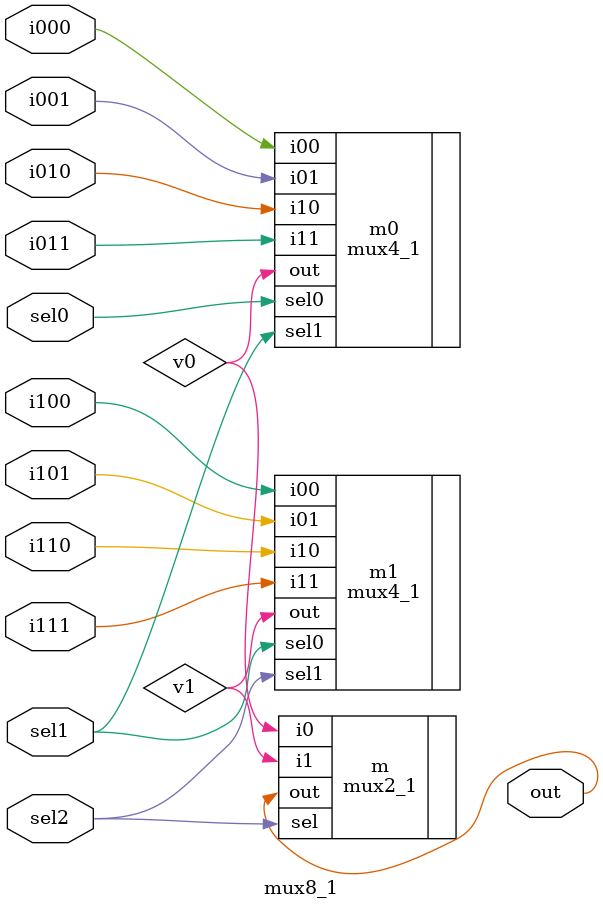
<source format=sv>
module mux8_1(out, i000, i001, i010, i011, i100, i101, i110, i111, sel0, sel1, sel2);
		output out;
		input i000, i001, i010, i011, i100, i101, i110, i111;
		input sel0, sel1, sel2;
		
		wire v0, v1;
		
		mux4_1 m0(.out(v0), .i00(i000), .i01(i001), .i10(i010), .i11(i011), .sel0(sel0), .sel1(sel1));
		mux4_1 m1(.out(v1), .i00(i100), .i01(i101), .i10(i110), .i11(i111), .sel0(sel1), .sel1(sel2));
		mux2_1 m(.out(out), .i0(v0) , .i1(v1) , .sel(sel2));
endmodule 
</source>
